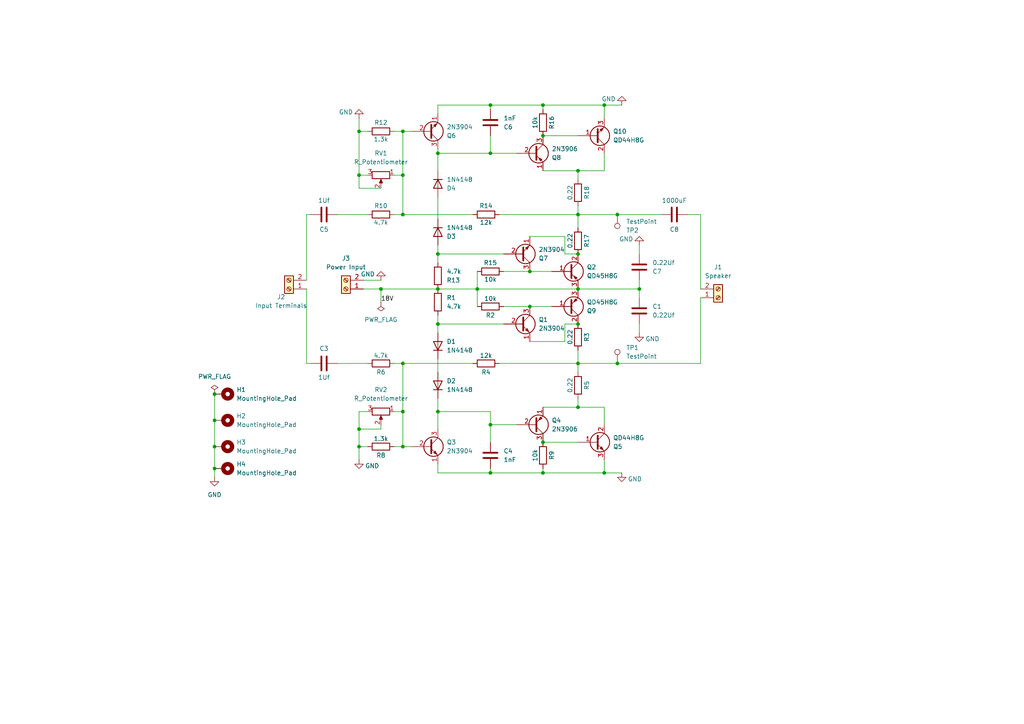
<source format=kicad_sch>
(kicad_sch (version 20231120) (generator "eeschema") (generator_version "8.0")
  (paper "A4")
  (title_block (rev "A"))
  (lib_symbols
    (symbol "2N3904_1" (pin_names (offset 0) hide)
      (property "Reference" "Q10" (at 5.08 -1.2701 0))
      (property "Value" "QD44H8G" (at 5.08 1.2699 0))
      (symbol "2N3904_1_0_1"
        (polyline (pts (xy 0.635 0.635) (xy 2.54 2.54)))
        (polyline (pts (xy 0.635 -0.635) (xy 2.54 -2.54) (xy 2.54 -2.54)))
        (polyline (pts (xy 0.635 1.905) (xy 0.635 -1.905) (xy 0.635 -1.905)) (stroke (width 0.508)))
        (polyline (pts (xy 1.27 -1.778) (xy 1.778 -1.27) (xy 2.286 -2.286) (xy 1.27 -1.778) (xy 1.27 -1.778)) (fill (type outline)))
        (circle (center 1.27 0) (radius 2.8194) (stroke (width 0.254)))
      )
      (symbol "2N3904_1_1_1"
        (pin passive line (at -5.08 0 0) (length 5.715) (name "B") (number "1"))
        (pin passive line (at 2.54 5.08 270) (length 2.54) (name "C") (number "2"))
        (pin passive line (at 2.54 -5.08 90) (length 2.54) (name "E") (number "3"))
      )
    )
    (symbol "2N3906_1" (pin_names (offset 0) hide)
      (property "Reference" "Q2" (at 5.08 1.2701 0))
      (property "Value" "QD45H8G" (at 5.08 -1.2699 0))
      (symbol "2N3906_1_0_1"
        (polyline (pts (xy 0.635 0.635) (xy 2.54 2.54)))
        (polyline (pts (xy 0.635 -0.635) (xy 2.54 -2.54) (xy 2.54 -2.54)))
        (polyline (pts (xy 0.635 1.905) (xy 0.635 -1.905) (xy 0.635 -1.905)) (stroke (width 0.508)))
        (polyline (pts (xy 2.286 -1.778) (xy 1.778 -2.286) (xy 1.27 -1.27) (xy 2.286 -1.778) (xy 2.286 -1.778)) (fill (type outline)))
        (circle (center 1.27 0) (radius 2.8194) (stroke (width 0.254)))
      )
      (symbol "2N3906_1_1_1"
        (pin input line (at -5.08 0 0) (length 5.715) (name "B") (number "1"))
        (pin passive line (at 2.54 5.08 270) (length 2.54) (name "C") (number "2"))
        (pin passive line (at 2.54 -5.08 90) (length 2.54) (name "E") (number "3"))
      )
    )
    (symbol "Connector:Screw_Terminal_01x02" (pin_names (offset 1.016) hide)
      (property "Reference" "J" (at 0 2.54 0))
      (property "Value" "Screw_Terminal_01x02" (at 0 -5.08 0))
      (symbol "Screw_Terminal_01x02_1_1"
        (rectangle (start -1.27 1.27) (end 1.27 -3.81) (stroke (width 0.254)) (fill (type background)))
        (circle (center 0 -2.54) (radius 0.635) (stroke (width 0.1524)))
        (polyline (pts (xy -0.5334 -2.2098) (xy 0.3302 -3.048)) (stroke (width 0.1524)))
        (polyline (pts (xy -0.5334 0.3302) (xy 0.3302 -0.508)) (stroke (width 0.1524)))
        (polyline (pts (xy -0.3556 -2.032) (xy 0.508 -2.8702)) (stroke (width 0.1524)))
        (polyline (pts (xy -0.3556 0.508) (xy 0.508 -0.3302)) (stroke (width 0.1524)))
        (circle (center 0 0) (radius 0.635) (stroke (width 0.1524)))
        (pin passive line (at -5.08 0 0) (length 3.81) (name "Pin_1") (number "1"))
        (pin passive line (at -5.08 -2.54 0) (length 3.81) (name "Pin_2") (number "2"))
      )
    )
    (symbol "Connector:TestPoint" (pin_numbers hide) (pin_names (offset 0.762) hide)
      (property "Reference" "TP" (at 0 6.858 0))
      (property "Value" "TestPoint" (at 0 5.08 0))
      (symbol "TestPoint_0_1"
        (circle (center 0 3.302) (radius 0.762))
      )
      (symbol "TestPoint_1_1"
        (pin passive line (at 0 0 90) (length 2.54) (name "1") (number "1"))
      )
    )
    (symbol "Device:C" (pin_numbers hide) (pin_names (offset 0.254))
      (property "Reference" "C" (at 0.635 2.54 0))
      (property "Value" "C" (at 0.635 -2.54 0))
      (symbol "C_0_1"
        (polyline (pts (xy -2.032 -0.762) (xy 2.032 -0.762)) (stroke (width 0.508)))
        (polyline (pts (xy -2.032 0.762) (xy 2.032 0.762)) (stroke (width 0.508)))
      )
      (symbol "C_1_1"
        (pin passive line (at 0 3.81 270) (length 2.794) (name "~") (number "1"))
        (pin passive line (at 0 -3.81 90) (length 2.794) (name "~") (number "2"))
      )
    )
    (symbol "Device:R" (pin_numbers hide) (pin_names (offset 0))
      (property "Reference" "R" (at 2.032 0 90))
      (property "Value" "R" (at 0 0 90))
      (symbol "R_0_1"
        (rectangle (start -1.016 -2.54) (end 1.016 2.54) (stroke (width 0.254)))
      )
      (symbol "R_1_1"
        (pin passive line (at 0 3.81 270) (length 1.27) (name "~") (number "1"))
        (pin passive line (at 0 -3.81 90) (length 1.27) (name "~") (number "2"))
      )
    )
    (symbol "Device:R_Potentiometer" (pin_names (offset 1.016) hide)
      (property "Reference" "RV" (at -4.445 0 90))
      (property "Value" "R_Potentiometer" (at -2.54 0 90))
      (symbol "R_Potentiometer_0_1"
        (polyline (pts (xy 2.54 0) (xy 1.524 0)))
        (polyline (pts (xy 1.143 0) (xy 2.286 0.508) (xy 2.286 -0.508) (xy 1.143 0)) (fill (type outline)))
        (rectangle (start 1.016 2.54) (end -1.016 -2.54) (stroke (width 0.254)))
      )
      (symbol "R_Potentiometer_1_1"
        (pin passive line (at 0 3.81 270) (length 1.27) (name "1") (number "1"))
        (pin passive line (at 3.81 0 180) (length 1.27) (name "2") (number "2"))
        (pin passive line (at 0 -3.81 90) (length 1.27) (name "3") (number "3"))
      )
    )
    (symbol "Diode:1N4148" (pin_numbers hide) (pin_names hide)
      (property "Reference" "D" (at 0 2.54 0))
      (property "Value" "1N4148" (at 0 -2.54 0))
      (symbol "1N4148_0_1"
        (polyline (pts (xy -1.27 1.27) (xy -1.27 -1.27)) (stroke (width 0.254)))
        (polyline (pts (xy 1.27 0) (xy -1.27 0)))
        (polyline (pts (xy 1.27 1.27) (xy 1.27 -1.27) (xy -1.27 0) (xy 1.27 1.27)) (stroke (width 0.254)))
      )
      (symbol "1N4148_1_1"
        (pin passive line (at -3.81 0 0) (length 2.54) (name "K") (number "1"))
        (pin passive line (at 3.81 0 180) (length 2.54) (name "A") (number "2"))
      )
    )
    (symbol "Mechanical:MountingHole_Pad" (pin_numbers hide) (pin_names (offset 1.016) hide) (exclude_from_sim yes) (in_bom no)
      (property "Reference" "H" (at 0 6.35 0))
      (property "Value" "MountingHole_Pad" (at 0 4.445 0))
      (symbol "MountingHole_Pad_0_1"
        (circle (center 0 1.27) (radius 1.27) (stroke (width 1.27)))
      )
      (symbol "MountingHole_Pad_1_1"
        (pin input line (at 0 -2.54 90) (length 2.54) (name "1") (number "1"))
      )
    )
    (symbol "Transistor_BJT:2N3904" (pin_names (offset 0) hide)
      (property "Reference" "Q" (at 5.08 1.905 0))
      (property "Value" "2N3904" (at 5.08 0 0))
      (symbol "2N3904_0_1"
        (polyline (pts (xy 0.635 0.635) (xy 2.54 2.54)))
        (polyline (pts (xy 0.635 -0.635) (xy 2.54 -2.54) (xy 2.54 -2.54)))
        (polyline (pts (xy 0.635 1.905) (xy 0.635 -1.905) (xy 0.635 -1.905)) (stroke (width 0.508)))
        (polyline (pts (xy 1.27 -1.778) (xy 1.778 -1.27) (xy 2.286 -2.286) (xy 1.27 -1.778) (xy 1.27 -1.778)) (fill (type outline)))
        (circle (center 1.27 0) (radius 2.8194) (stroke (width 0.254)))
      )
      (symbol "2N3904_1_1"
        (pin passive line (at 2.54 -5.08 90) (length 2.54) (name "E") (number "1"))
        (pin passive line (at -5.08 0 0) (length 5.715) (name "B") (number "2"))
        (pin passive line (at 2.54 5.08 270) (length 2.54) (name "C") (number "3"))
      )
    )
    (symbol "Transistor_BJT:2N3906" (pin_names (offset 0) hide)
      (property "Reference" "Q" (at 5.08 1.905 0))
      (property "Value" "2N3906" (at 5.08 0 0))
      (symbol "2N3906_0_1"
        (polyline (pts (xy 0.635 0.635) (xy 2.54 2.54)))
        (polyline (pts (xy 0.635 -0.635) (xy 2.54 -2.54) (xy 2.54 -2.54)))
        (polyline (pts (xy 0.635 1.905) (xy 0.635 -1.905) (xy 0.635 -1.905)) (stroke (width 0.508)))
        (polyline (pts (xy 2.286 -1.778) (xy 1.778 -2.286) (xy 1.27 -1.27) (xy 2.286 -1.778) (xy 2.286 -1.778)) (fill (type outline)))
        (circle (center 1.27 0) (radius 2.8194) (stroke (width 0.254)))
      )
      (symbol "2N3906_1_1"
        (pin passive line (at 2.54 -5.08 90) (length 2.54) (name "E") (number "1"))
        (pin input line (at -5.08 0 0) (length 5.715) (name "B") (number "2"))
        (pin passive line (at 2.54 5.08 270) (length 2.54) (name "C") (number "3"))
      )
    )
    (symbol "power:GND" (power) (pin_numbers hide) (pin_names (offset 0) hide)
      (property "Value" "GND" (at 0 -3.81 0))
      (symbol "GND_0_1"
        (polyline (pts (xy 0 0) (xy 0 -1.27) (xy 1.27 -1.27) (xy 0 -2.54) (xy -1.27 -1.27) (xy 0 -1.27)))
      )
      (symbol "GND_1_1"
        (pin power_in line (at 0 0 270) (length 0) (name "~") (number "1"))
      )
    )
    (symbol "power:PWR_FLAG" (power) (pin_numbers hide) (pin_names (offset 0) hide)
      (property "Value" "PWR_FLAG" (at 0 3.81 0))
      (symbol "PWR_FLAG_0_0"
        (pin power_out line (at 0 0 90) (length 0) (name "~") (number "1"))
      )
      (symbol "PWR_FLAG_0_1"
        (polyline (pts (xy 0 0) (xy 0 1.27) (xy -1.016 1.905) (xy 0 2.54) (xy 1.016 1.905) (xy 0 1.27)))
      )
    )
  )
  (junction (at 116.84 62.23))
  (junction (at 142.24 137.16))
  (junction (at 179.07 62.23))
  (junction (at 127 119.38))
  (junction (at 116.84 38.1))
  (junction (at 62.23 129.54))
  (junction (at 116.84 129.54))
  (junction (at 153.67 78.74))
  (junction (at 142.24 123.19))
  (junction (at 62.23 135.89))
  (junction (at 167.64 73.66))
  (junction (at 104.14 38.1))
  (junction (at 116.84 50.8))
  (junction (at 157.48 30.48))
  (junction (at 153.67 88.9))
  (junction (at 127 73.66))
  (junction (at 116.84 119.38))
  (junction (at 157.48 39.37))
  (junction (at 127 83.82))
  (junction (at 167.64 49.53))
  (junction (at 157.48 137.16))
  (junction (at 62.23 114.3))
  (junction (at 127 93.98))
  (junction (at 104.14 50.8))
  (junction (at 167.64 83.82))
  (junction (at 167.64 62.23))
  (junction (at 104.14 129.54))
  (junction (at 142.24 44.45))
  (junction (at 157.48 128.27))
  (junction (at 179.07 105.41))
  (junction (at 62.23 121.92))
  (junction (at 104.14 124.46))
  (junction (at 167.64 93.98))
  (junction (at 175.26 30.48))
  (junction (at 167.64 105.41))
  (junction (at 138.43 83.82))
  (junction (at 185.42 83.82))
  (junction (at 127 44.45))
  (junction (at 142.24 30.48))
  (junction (at 110.49 83.82))
  (junction (at 175.26 137.16))
  (junction (at 116.84 105.41))
  (junction (at 167.64 118.11))
  (wire (pts (xy 104.14 38.1) (xy 104.14 34.29)))
  (wire (pts (xy 116.84 62.23) (xy 116.84 50.8)))
  (wire (pts (xy 106.68 38.1) (xy 104.14 38.1)))
  (wire (pts (xy 175.26 133.35) (xy 175.26 137.16)))
  (wire (pts (xy 127 83.82) (xy 138.43 83.82)))
  (wire (pts (xy 146.05 88.9) (xy 153.67 88.9)))
  (wire (pts (xy 167.64 93.98) (xy 163.83 93.98)))
  (wire (pts (xy 144.78 62.23) (xy 167.64 62.23)))
  (wire (pts (xy 105.41 83.82) (xy 110.49 83.82)))
  (wire (pts (xy 142.24 135.89) (xy 142.24 137.16)))
  (wire (pts (xy 167.64 62.23) (xy 179.07 62.23)))
  (wire (pts (xy 167.64 118.11) (xy 175.26 118.11)))
  (wire (pts (xy 167.64 83.82) (xy 185.42 83.82)))
  (wire (pts (xy 142.24 123.19) (xy 142.24 128.27)))
  (wire (pts (xy 116.84 105.41) (xy 116.84 119.38)))
  (wire (pts (xy 114.3 129.54) (xy 116.84 129.54)))
  (wire (pts (xy 104.14 124.46) (xy 104.14 129.54)))
  (wire (pts (xy 110.49 83.82) (xy 127 83.82)))
  (wire (pts (xy 114.3 62.23) (xy 116.84 62.23)))
  (wire (pts (xy 167.64 62.23) (xy 167.64 59.69)))
  (wire (pts (xy 146.05 78.74) (xy 153.67 78.74)))
  (wire (pts (xy 114.3 50.8) (xy 116.84 50.8)))
  (wire (pts (xy 127 76.2) (xy 127 73.66)))
  (wire (pts (xy 127 73.66) (xy 127 71.12)))
  (wire (pts (xy 106.68 50.8) (xy 104.14 50.8)))
  (wire (pts (xy 175.26 118.11) (xy 175.26 123.19)))
  (wire (pts (xy 104.14 124.46) (xy 110.49 124.46)))
  (wire (pts (xy 127 49.53) (xy 127 44.45)))
  (wire (pts (xy 114.3 119.38) (xy 116.84 119.38)))
  (wire (pts (xy 127 104.14) (xy 127 107.95)))
  (wire (pts (xy 142.24 44.45) (xy 149.86 44.45)))
  (wire (pts (xy 104.14 50.8) (xy 104.14 38.1)))
  (wire (pts (xy 163.83 93.98) (xy 163.83 99.06)))
  (wire (pts (xy 153.67 68.58) (xy 163.83 68.58)))
  (wire (pts (xy 127 44.45) (xy 142.24 44.45)))
  (wire (pts (xy 104.14 119.38) (xy 104.14 124.46)))
  (wire (pts (xy 127 44.45) (xy 127 43.18)))
  (wire (pts (xy 104.14 119.38) (xy 106.68 119.38)))
  (wire (pts (xy 138.43 83.82) (xy 138.43 88.9)))
  (wire (pts (xy 142.24 30.48) (xy 157.48 30.48)))
  (wire (pts (xy 167.64 73.66) (xy 163.83 73.66)))
  (wire (pts (xy 116.84 129.54) (xy 119.38 129.54)))
  (wire (pts (xy 116.84 105.41) (xy 137.16 105.41)))
  (wire (pts (xy 142.24 137.16) (xy 157.48 137.16)))
  (wire (pts (xy 127 119.38) (xy 127 124.46)))
  (wire (pts (xy 114.3 38.1) (xy 116.84 38.1)))
  (wire (pts (xy 203.2 86.36) (xy 203.2 105.41)))
  (wire (pts (xy 167.64 52.07) (xy 167.64 49.53)))
  (wire (pts (xy 88.9 105.41) (xy 90.17 105.41)))
  (wire (pts (xy 106.68 129.54) (xy 104.14 129.54)))
  (wire (pts (xy 127 91.44) (xy 127 93.98)))
  (wire (pts (xy 179.07 62.23) (xy 191.77 62.23)))
  (wire (pts (xy 157.48 30.48) (xy 175.26 30.48)))
  (wire (pts (xy 62.23 129.54) (xy 62.23 135.89)))
  (wire (pts (xy 199.39 62.23) (xy 203.2 62.23)))
  (wire (pts (xy 116.84 38.1) (xy 119.38 38.1)))
  (wire (pts (xy 167.64 105.41) (xy 179.07 105.41)))
  (wire (pts (xy 175.26 137.16) (xy 180.34 137.16)))
  (wire (pts (xy 153.67 88.9) (xy 160.02 88.9)))
  (wire (pts (xy 62.23 135.89) (xy 62.23 138.43)))
  (wire (pts (xy 153.67 78.74) (xy 160.02 78.74)))
  (wire (pts (xy 127 93.98) (xy 127 96.52)))
  (wire (pts (xy 157.48 118.11) (xy 167.64 118.11)))
  (wire (pts (xy 97.79 62.23) (xy 106.68 62.23)))
  (wire (pts (xy 114.3 105.41) (xy 116.84 105.41)))
  (wire (pts (xy 127 33.02) (xy 127 30.48)))
  (wire (pts (xy 175.26 34.29) (xy 175.26 30.48)))
  (wire (pts (xy 97.79 105.41) (xy 106.68 105.41)))
  (wire (pts (xy 157.48 135.89) (xy 157.48 137.16)))
  (wire (pts (xy 104.14 129.54) (xy 104.14 133.35)))
  (wire (pts (xy 203.2 62.23) (xy 203.2 83.82)))
  (wire (pts (xy 127 57.15) (xy 127 63.5)))
  (wire (pts (xy 88.9 62.23) (xy 88.9 81.28)))
  (wire (pts (xy 138.43 83.82) (xy 167.64 83.82)))
  (wire (pts (xy 175.26 49.53) (xy 175.26 44.45)))
  (wire (pts (xy 185.42 83.82) (xy 185.42 81.28)))
  (wire (pts (xy 142.24 44.45) (xy 142.24 39.37)))
  (wire (pts (xy 167.64 115.57) (xy 167.64 118.11)))
  (wire (pts (xy 185.42 93.98) (xy 185.42 96.52)))
  (wire (pts (xy 167.64 49.53) (xy 175.26 49.53)))
  (wire (pts (xy 157.48 128.27) (xy 167.64 128.27)))
  (wire (pts (xy 185.42 83.82) (xy 185.42 86.36)))
  (wire (pts (xy 185.42 71.12) (xy 185.42 73.66)))
  (wire (pts (xy 116.84 62.23) (xy 137.16 62.23)))
  (wire (pts (xy 116.84 38.1) (xy 116.84 50.8)))
  (wire (pts (xy 104.14 54.61) (xy 104.14 50.8)))
  (wire (pts (xy 127 93.98) (xy 146.05 93.98)))
  (wire (pts (xy 62.23 114.3) (xy 62.23 121.92)))
  (wire (pts (xy 110.49 124.46) (xy 110.49 123.19)))
  (wire (pts (xy 179.07 105.41) (xy 203.2 105.41)))
  (wire (pts (xy 175.26 30.48) (xy 180.34 30.48)))
  (wire (pts (xy 127 119.38) (xy 142.24 119.38)))
  (wire (pts (xy 167.64 105.41) (xy 167.64 107.95)))
  (wire (pts (xy 116.84 119.38) (xy 116.84 129.54)))
  (wire (pts (xy 127 115.57) (xy 127 119.38)))
  (wire (pts (xy 127 73.66) (xy 146.05 73.66)))
  (wire (pts (xy 142.24 119.38) (xy 142.24 123.19)))
  (wire (pts (xy 127 134.62) (xy 127 137.16)))
  (wire (pts (xy 142.24 31.75) (xy 142.24 30.48)))
  (wire (pts (xy 127 137.16) (xy 142.24 137.16)))
  (wire (pts (xy 127 30.48) (xy 142.24 30.48)))
  (wire (pts (xy 157.48 137.16) (xy 175.26 137.16)))
  (wire (pts (xy 157.48 49.53) (xy 167.64 49.53)))
  (wire (pts (xy 153.67 99.06) (xy 163.83 99.06)))
  (wire (pts (xy 110.49 83.82) (xy 110.49 87.63)))
  (wire (pts (xy 88.9 83.82) (xy 88.9 105.41)))
  (wire (pts (xy 167.64 105.41) (xy 167.64 101.6)))
  (wire (pts (xy 105.41 81.28) (xy 110.49 81.28)))
  (wire (pts (xy 157.48 31.75) (xy 157.48 30.48)))
  (wire (pts (xy 144.78 105.41) (xy 167.64 105.41)))
  (wire (pts (xy 138.43 83.82) (xy 138.43 78.74)))
  (wire (pts (xy 88.9 62.23) (xy 90.17 62.23)))
  (wire (pts (xy 62.23 121.92) (xy 62.23 129.54)))
  (wire (pts (xy 167.64 62.23) (xy 167.64 66.04)))
  (wire (pts (xy 142.24 123.19) (xy 149.86 123.19)))
  (wire (pts (xy 163.83 73.66) (xy 163.83 68.58)))
  (wire (pts (xy 157.48 39.37) (xy 167.64 39.37)))
  (wire (pts (xy 110.49 54.61) (xy 104.14 54.61)))
  (label "18V" (at 110.49 87.63 0))
  (symbol (lib_name "2N3904_1") (lib_id "Transistor_BJT:2N3904") (at 172.72 128.27 0) (unit 1)
    (property "Reference" "Q5" (at 177.8 129.5401 0) (effects (justify left)))
    (property "Value" "QD44H8G" (at 177.8 127.0001 0) (effects (justify left)))
    (property "Footprint" "Package_TO_SOT_THT:TO-220-3_Vertical" (effects (hide yes)))
    (property "Datasheet" "https://www.onsemi.com/pub/Collateral/2N3903-D.PDF" (effects (hide yes)))
    (property "Description" "0.2A Ic, 40V Vce, Small Signal NPN Transistor, TO-92" (effects (hide yes)))
  )
  (symbol (lib_id "Device:C") (at 185.42 77.47 0) (mirror x) (unit 1)
    (property "Reference" "C7" (at 189.23 78.7401 0) (effects (justify left)))
    (property "Value" "0.22Uf" (at 189.23 76.2001 0) (effects (justify left)))
    (property "Footprint" "Capacitor_THT:C_Rect_L7.0mm_W3.5mm_P5.00mm" (effects (hide yes)))
    (property "Description" "Unpolarized capacitor" (effects (hide yes)))
  )
  (symbol (lib_id "Device:R") (at 167.64 55.88 0) (mirror x) (unit 1)
    (property "Reference" "R18" (at 170.18 55.88 90))
    (property "Value" "0.22" (at 165.354 55.88 90))
    (property "Footprint" "Resistor_THT:R_Axial_DIN0207_L6.3mm_D2.5mm_P10.16mm_Horizontal" (effects (hide yes)))
    (property "Description" "Resistor" (effects (hide yes)))
  )
  (symbol (lib_id "Device:R") (at 140.97 62.23 270) (mirror x) (unit 1)
    (property "Reference" "R14" (at 140.97 59.69 90))
    (property "Value" "12k" (at 140.97 64.516 90))
    (property "Footprint" "Resistor_THT:R_Axial_DIN0207_L6.3mm_D2.5mm_P10.16mm_Horizontal" (effects (hide yes)))
    (property "Description" "Resistor" (effects (hide yes)))
  )
  (symbol (lib_id "power:GND") (at 180.34 30.48 180) (unit 1)
    (property "Reference" "#PWR05" (effects (hide yes)))
    (property "Value" "GND" (at 176.53 28.702 0))
    (property "Description" "Power symbol creates a global label with name \"GND\" , ground" (effects (hide yes)))
  )
  (symbol (lib_id "Device:R") (at 142.24 88.9 270) (unit 1)
    (property "Reference" "R2" (at 142.24 91.44 90))
    (property "Value" "10k" (at 142.24 86.614 90))
    (property "Footprint" "Resistor_THT:R_Axial_DIN0207_L6.3mm_D2.5mm_P10.16mm_Horizontal" (effects (hide yes)))
    (property "Description" "Resistor" (effects (hide yes)))
  )
  (symbol (lib_id "Device:R") (at 110.49 105.41 270) (unit 1)
    (property "Reference" "R6" (at 110.49 107.95 90))
    (property "Value" "4.7k" (at 110.49 103.124 90))
    (property "Footprint" "Resistor_THT:R_Axial_DIN0207_L6.3mm_D2.5mm_P10.16mm_Horizontal" (effects (hide yes)))
    (property "Description" "Resistor" (effects (hide yes)))
  )
  (symbol (lib_id "power:GND") (at 185.42 71.12 180) (unit 1)
    (property "Reference" "#PWR06" (effects (hide yes)))
    (property "Value" "GND" (at 181.61 69.342 0))
    (property "Description" "Power symbol creates a global label with name \"GND\" , ground" (effects (hide yes)))
  )
  (symbol (lib_id "Device:C") (at 195.58 62.23 90) (mirror x) (unit 1)
    (property "Reference" "C8" (at 195.58 66.548 90))
    (property "Value" "1000uF" (at 195.58 58.166 90))
    (property "Footprint" "Capacitor_THT:CP_Radial_D12.5mm_P5.00mm" (effects (hide yes)))
    (property "Description" "Unpolarized capacitor" (effects (hide yes)))
  )
  (symbol (lib_id "Device:R") (at 167.64 111.76 0) (unit 1)
    (property "Reference" "R5" (at 170.18 111.76 90))
    (property "Value" "0.22" (at 165.354 111.76 90))
    (property "Footprint" "Resistor_THT:R_Axial_DIN0207_L6.3mm_D2.5mm_P10.16mm_Horizontal" (effects (hide yes)))
    (property "Description" "Resistor" (effects (hide yes)))
  )
  (symbol (lib_id "Device:C") (at 93.98 105.41 90) (unit 1)
    (property "Reference" "C3" (at 93.98 101.092 90))
    (property "Value" "1Uf" (at 93.98 109.474 90))
    (property "Footprint" "Capacitor_THT:CP_Radial_D5.0mm_P2.00mm" (effects (hide yes)))
    (property "Description" "Unpolarized capacitor" (effects (hide yes)))
  )
  (symbol (lib_id "Connector:TestPoint") (at 179.07 62.23 0) (mirror x) (unit 1)
    (property "Reference" "TP2" (at 181.61 66.8021 0) (effects (justify left)))
    (property "Value" "TestPoint" (at 181.61 64.2621 0) (effects (justify left)))
    (property "Footprint" "TestPoint:TestPoint_Plated_Hole_D2.0mm" (effects (hide yes)))
    (property "Description" "test point" (effects (hide yes)))
  )
  (symbol (lib_name "2N3906_1") (lib_id "Transistor_BJT:2N3906") (at 165.1 88.9 0) (mirror x) (unit 1)
    (property "Reference" "Q9" (at 170.18 90.1701 0) (effects (justify left)))
    (property "Value" "QD45H8G" (at 170.18 87.6301 0) (effects (justify left)))
    (property "Footprint" "Package_TO_SOT_THT:TO-220-3_Vertical" (effects (hide yes)))
    (property "Datasheet" "https://www.onsemi.com/pub/Collateral/2N3906-D.PDF" (effects (hide yes)))
    (property "Description" "-0.2A Ic, -40V Vce, Small Signal PNP Transistor, TO-92" (effects (hide yes)))
  )
  (symbol (lib_id "Connector:TestPoint") (at 179.07 105.41 0) (unit 1)
    (property "Reference" "TP1" (at 181.61 100.8379 0) (effects (justify left)))
    (property "Value" "TestPoint" (at 181.61 103.3779 0) (effects (justify left)))
    (property "Footprint" "TestPoint:TestPoint_Plated_Hole_D2.0mm" (effects (hide yes)))
    (property "Description" "test point" (effects (hide yes)))
  )
  (symbol (lib_id "Diode:1N4148") (at 127 53.34 90) (mirror x) (unit 1)
    (property "Reference" "D4" (at 129.54 54.6101 90) (effects (justify right)))
    (property "Value" "1N4148" (at 129.54 52.0701 90) (effects (justify right)))
    (property "Footprint" "Diode_THT:D_DO-41_SOD81_P10.16mm_Horizontal" (effects (hide yes)))
    (property "Datasheet" "https://assets.nexperia.com/documents/data-sheet/1N4148_1N4448.pdf" (effects (hide yes)))
    (property "Description" "100V 0.15A standard switching diode, DO-35" (effects (hide yes)))
    (property "Sim.Device" "D" (effects (hide yes)))
    (property "Sim.Pins" "1=K 2=A" (effects (hide yes)))
  )
  (symbol (lib_id "Device:R") (at 127 80.01 0) (mirror x) (unit 1)
    (property "Reference" "R13" (at 129.54 81.2801 0) (effects (justify left)))
    (property "Value" "4.7k" (at 129.54 78.7401 0) (effects (justify left)))
    (property "Footprint" "Resistor_THT:R_Axial_DIN0207_L6.3mm_D2.5mm_P10.16mm_Horizontal" (effects (hide yes)))
    (property "Description" "Resistor" (effects (hide yes)))
  )
  (symbol (lib_id "Device:R") (at 110.49 62.23 270) (mirror x) (unit 1)
    (property "Reference" "R10" (at 110.49 59.69 90))
    (property "Value" "4.7k" (at 110.49 64.516 90))
    (property "Footprint" "Resistor_THT:R_Axial_DIN0207_L6.3mm_D2.5mm_P10.16mm_Horizontal" (effects (hide yes)))
    (property "Description" "Resistor" (effects (hide yes)))
  )
  (symbol (lib_id "Device:C") (at 185.42 90.17 0) (unit 1)
    (property "Reference" "C1" (at 189.23 88.8999 0) (effects (justify left)))
    (property "Value" "0.22Uf" (at 189.23 91.4399 0) (effects (justify left)))
    (property "Footprint" "Capacitor_THT:C_Rect_L7.0mm_W3.5mm_P5.00mm" (effects (hide yes)))
    (property "Description" "Unpolarized capacitor" (effects (hide yes)))
  )
  (symbol (lib_id "Device:R") (at 157.48 35.56 0) (mirror x) (unit 1)
    (property "Reference" "R16" (at 160.02 35.56 90))
    (property "Value" "10k" (at 155.194 35.56 90))
    (property "Footprint" "Resistor_THT:R_Axial_DIN0207_L6.3mm_D2.5mm_P10.16mm_Horizontal" (effects (hide yes)))
    (property "Description" "Resistor" (effects (hide yes)))
  )
  (symbol (lib_name "2N3904_1") (lib_id "Transistor_BJT:2N3904") (at 172.72 39.37 0) (mirror x) (unit 1)
    (property "Reference" "Q10" (at 177.8 38.0999 0) (effects (justify left)))
    (property "Value" "QD44H8G" (at 177.8 40.6399 0) (effects (justify left)))
    (property "Footprint" "Package_TO_SOT_THT:TO-220-3_Vertical" (effects (hide yes)))
    (property "Datasheet" "https://www.onsemi.com/pub/Collateral/2N3903-D.PDF" (effects (hide yes)))
    (property "Description" "0.2A Ic, 40V Vce, Small Signal NPN Transistor, TO-92" (effects (hide yes)))
  )
  (symbol (lib_id "power:GND") (at 110.49 81.28 180) (unit 1)
    (property "Reference" "#PWR07" (effects (hide yes)))
    (property "Value" "GND" (at 106.68 79.502 0))
    (property "Description" "Power symbol creates a global label with name \"GND\" , ground" (effects (hide yes)))
  )
  (symbol (lib_id "Connector:Screw_Terminal_01x02") (at 83.82 83.82 180) (unit 1)
    (property "Reference" "J2" (at 81.534 86.106 0))
    (property "Value" "Input Terminals" (at 81.534 88.646 0))
    (property "Footprint" "TerminalBlock_Phoenix:TerminalBlock_Phoenix_MKDS-1,5-2_1x02_P5.00mm_Horizontal" (effects (hide yes)))
    (property "Description" "Generic screw terminal, single row, 01x02, script generated (kicad-library-utils/schlib/autogen/connector/)" (effects (hide yes)))
  )
  (symbol (lib_id "Device:R") (at 140.97 105.41 270) (unit 1)
    (property "Reference" "R4" (at 140.97 107.95 90))
    (property "Value" "12k" (at 140.97 103.124 90))
    (property "Footprint" "Resistor_THT:R_Axial_DIN0207_L6.3mm_D2.5mm_P10.16mm_Horizontal" (effects (hide yes)))
    (property "Description" "Resistor" (effects (hide yes)))
  )
  (symbol (lib_id "Connector:Screw_Terminal_01x02") (at 100.33 83.82 180) (unit 1)
    (property "Reference" "J3" (at 100.33 74.93 0))
    (property "Value" "Power Input" (at 100.33 77.47 0))
    (property "Footprint" "TerminalBlock_Phoenix:TerminalBlock_Phoenix_MKDS-1,5-2_1x02_P5.00mm_Horizontal" (effects (hide yes)))
    (property "Description" "Generic screw terminal, single row, 01x02, script generated (kicad-library-utils/schlib/autogen/connector/)" (effects (hide yes)))
  )
  (symbol (lib_id "power:GND") (at 185.42 96.52 0) (unit 1)
    (property "Reference" "#PWR01" (effects (hide yes)))
    (property "Value" "GND" (at 189.23 98.298 0))
    (property "Description" "Power symbol creates a global label with name \"GND\" , ground" (effects (hide yes)))
  )
  (symbol (lib_id "Mechanical:MountingHole_Pad") (at 64.77 114.3 270) (unit 1) (exclude_from_sim yes) (in_bom no)
    (property "Reference" "H1" (at 68.58 113.0299 90) (effects (justify left)))
    (property "Value" "MountingHole_Pad" (at 68.58 115.5699 90) (effects (justify left)))
    (property "Footprint" "MountingHole:MountingHole_3.5mm_Pad" (effects (hide yes)))
    (property "Description" "Mounting Hole with connection" (effects (hide yes)))
  )
  (symbol (lib_id "Mechanical:MountingHole_Pad") (at 64.77 121.92 270) (unit 1) (exclude_from_sim yes) (in_bom no)
    (property "Reference" "H2" (at 68.58 120.6499 90) (effects (justify left)))
    (property "Value" "MountingHole_Pad" (at 68.58 123.1899 90) (effects (justify left)))
    (property "Footprint" "MountingHole:MountingHole_3.5mm_Pad" (effects (hide yes)))
    (property "Description" "Mounting Hole with connection" (effects (hide yes)))
  )
  (symbol (lib_id "Device:R") (at 167.64 69.85 0) (mirror x) (unit 1)
    (property "Reference" "R17" (at 170.18 69.85 90))
    (property "Value" "0.22" (at 165.354 69.85 90))
    (property "Footprint" "Resistor_THT:R_Axial_DIN0207_L6.3mm_D2.5mm_P10.16mm_Horizontal" (effects (hide yes)))
    (property "Description" "Resistor" (effects (hide yes)))
  )
  (symbol (lib_id "Mechanical:MountingHole_Pad") (at 64.77 135.89 270) (unit 1) (exclude_from_sim yes) (in_bom no)
    (property "Reference" "H4" (at 68.58 134.6199 90) (effects (justify left)))
    (property "Value" "MountingHole_Pad" (at 68.58 137.1599 90) (effects (justify left)))
    (property "Footprint" "MountingHole:MountingHole_3.5mm_Pad" (effects (hide yes)))
    (property "Description" "Mounting Hole with connection" (effects (hide yes)))
  )
  (symbol (lib_id "power:GND") (at 62.23 138.43 0) (unit 1)
    (property "Reference" "#PWR09" (effects (hide yes)))
    (property "Value" "GND" (at 62.23 143.51 0))
    (property "Description" "Power symbol creates a global label with name \"GND\" , ground" (effects (hide yes)))
  )
  (symbol (lib_id "Device:C") (at 142.24 132.08 0) (unit 1)
    (property "Reference" "C4" (at 146.05 130.8099 0) (effects (justify left)))
    (property "Value" "1nF" (at 146.05 133.3499 0) (effects (justify left)))
    (property "Footprint" "Capacitor_THT:C_Disc_D5.1mm_W3.2mm_P5.00mm" (effects (hide yes)))
    (property "Description" "Unpolarized capacitor" (effects (hide yes)))
  )
  (symbol (lib_id "power:GND") (at 104.14 133.35 0) (unit 1)
    (property "Reference" "#PWR02" (effects (hide yes)))
    (property "Value" "GND" (at 107.95 135.128 0))
    (property "Description" "Power symbol creates a global label with name \"GND\" , ground" (effects (hide yes)))
  )
  (symbol (lib_id "power:PWR_FLAG") (at 110.49 87.63 180) (unit 1)
    (property "Reference" "#FLG01" (effects (hide yes)))
    (property "Value" "PWR_FLAG" (at 110.49 92.71 0))
    (property "Description" "Special symbol for telling ERC where power comes from" (effects (hide yes)))
  )
  (symbol (lib_id "Diode:1N4148") (at 127 67.31 90) (mirror x) (unit 1)
    (property "Reference" "D3" (at 129.54 68.5801 90) (effects (justify right)))
    (property "Value" "1N4148" (at 129.54 66.0401 90) (effects (justify right)))
    (property "Footprint" "Diode_THT:D_DO-41_SOD81_P10.16mm_Horizontal" (effects (hide yes)))
    (property "Datasheet" "https://assets.nexperia.com/documents/data-sheet/1N4148_1N4448.pdf" (effects (hide yes)))
    (property "Description" "100V 0.15A standard switching diode, DO-35" (effects (hide yes)))
    (property "Sim.Device" "D" (effects (hide yes)))
    (property "Sim.Pins" "1=K 2=A" (effects (hide yes)))
  )
  (symbol (lib_id "Transistor_BJT:2N3904") (at 124.46 129.54 0) (unit 1)
    (property "Reference" "Q3" (at 129.54 128.2699 0) (effects (justify left)))
    (property "Value" "2N3904" (at 129.54 130.8099 0) (effects (justify left)))
    (property "Footprint" "Package_TO_SOT_THT:TO-92_Wide" (effects (hide yes)))
    (property "Datasheet" "https://www.onsemi.com/pub/Collateral/2N3903-D.PDF" (effects (hide yes)))
    (property "Description" "0.2A Ic, 40V Vce, Small Signal NPN Transistor, TO-92" (effects (hide yes)))
  )
  (symbol (lib_id "Device:R") (at 110.49 38.1 270) (mirror x) (unit 1)
    (property "Reference" "R12" (at 110.49 35.56 90))
    (property "Value" "1.3k" (at 110.49 40.386 90))
    (property "Footprint" "Resistor_THT:R_Axial_DIN0207_L6.3mm_D2.5mm_P10.16mm_Horizontal" (effects (hide yes)))
    (property "Description" "Resistor" (effects (hide yes)))
  )
  (symbol (lib_id "Mechanical:MountingHole_Pad") (at 64.77 129.54 270) (unit 1) (exclude_from_sim yes) (in_bom no)
    (property "Reference" "H3" (at 68.58 128.2699 90) (effects (justify left)))
    (property "Value" "MountingHole_Pad" (at 68.58 130.8099 90) (effects (justify left)))
    (property "Footprint" "MountingHole:MountingHole_3.5mm_Pad" (effects (hide yes)))
    (property "Description" "Mounting Hole with connection" (effects (hide yes)))
  )
  (symbol (lib_id "Transistor_BJT:2N3904") (at 151.13 93.98 0) (unit 1)
    (property "Reference" "Q1" (at 156.21 92.7099 0) (effects (justify left)))
    (property "Value" "2N3904" (at 156.21 95.2499 0) (effects (justify left)))
    (property "Footprint" "Package_TO_SOT_THT:TO-92_Wide" (effects (hide yes)))
    (property "Datasheet" "https://www.onsemi.com/pub/Collateral/2N3903-D.PDF" (effects (hide yes)))
    (property "Description" "0.2A Ic, 40V Vce, Small Signal NPN Transistor, TO-92" (effects (hide yes)))
  )
  (symbol (lib_id "Device:C") (at 142.24 35.56 0) (mirror x) (unit 1)
    (property "Reference" "C6" (at 146.05 36.8301 0) (effects (justify left)))
    (property "Value" "1nF" (at 146.05 34.2901 0) (effects (justify left)))
    (property "Footprint" "Capacitor_THT:C_Disc_D5.1mm_W3.2mm_P5.00mm" (effects (hide yes)))
    (property "Description" "Unpolarized capacitor" (effects (hide yes)))
  )
  (symbol (lib_id "Device:R_Potentiometer") (at 110.49 119.38 270) (unit 1)
    (property "Reference" "RV2" (at 110.49 113.03 90))
    (property "Value" "R_Potentiometer" (at 110.49 115.57 90))
    (property "Footprint" "Potentiometer_THT:Potentiometer_Bourns_3386P_Vertical" (effects (hide yes)))
    (property "Description" "Potentiometer" (effects (hide yes)))
  )
  (symbol (lib_id "power:PWR_FLAG") (at 62.23 114.3 0) (unit 1)
    (property "Reference" "#FLG02" (effects (hide yes)))
    (property "Value" "PWR_FLAG" (at 62.23 109.22 0))
    (property "Description" "Special symbol for telling ERC where power comes from" (effects (hide yes)))
  )
  (symbol (lib_id "Device:R") (at 110.49 129.54 270) (unit 1)
    (property "Reference" "R8" (at 110.49 132.08 90))
    (property "Value" "1.3k" (at 110.49 127.254 90))
    (property "Footprint" "Resistor_THT:R_Axial_DIN0207_L6.3mm_D2.5mm_P10.16mm_Horizontal" (effects (hide yes)))
    (property "Description" "Resistor" (effects (hide yes)))
  )
  (symbol (lib_id "Transistor_BJT:2N3906") (at 154.94 123.19 0) (mirror x) (unit 1)
    (property "Reference" "Q4" (at 160.02 121.9199 0) (effects (justify left)))
    (property "Value" "2N3906" (at 160.02 124.4599 0) (effects (justify left)))
    (property "Footprint" "Package_TO_SOT_THT:TO-92_Wide" (effects (hide yes)))
    (property "Datasheet" "https://www.onsemi.com/pub/Collateral/2N3906-D.PDF" (effects (hide yes)))
    (property "Description" "-0.2A Ic, -40V Vce, Small Signal PNP Transistor, TO-92" (effects (hide yes)))
  )
  (symbol (lib_id "Device:C") (at 93.98 62.23 90) (mirror x) (unit 1)
    (property "Reference" "C5" (at 93.98 66.548 90))
    (property "Value" "1Uf" (at 93.98 58.166 90))
    (property "Footprint" "Capacitor_THT:CP_Radial_D5.0mm_P2.00mm" (effects (hide yes)))
    (property "Description" "Unpolarized capacitor" (effects (hide yes)))
  )
  (symbol (lib_id "Device:R") (at 157.48 132.08 0) (unit 1)
    (property "Reference" "R9" (at 160.02 132.08 90))
    (property "Value" "10k" (at 155.194 132.08 90))
    (property "Footprint" "Resistor_THT:R_Axial_DIN0207_L6.3mm_D2.5mm_P10.16mm_Horizontal" (effects (hide yes)))
    (property "Description" "Resistor" (effects (hide yes)))
  )
  (symbol (lib_id "Transistor_BJT:2N3906") (at 154.94 44.45 0) (unit 1)
    (property "Reference" "Q8" (at 160.02 45.7201 0) (effects (justify left)))
    (property "Value" "2N3906" (at 160.02 43.1801 0) (effects (justify left)))
    (property "Footprint" "Package_TO_SOT_THT:TO-92_Wide" (effects (hide yes)))
    (property "Datasheet" "https://www.onsemi.com/pub/Collateral/2N3906-D.PDF" (effects (hide yes)))
    (property "Description" "-0.2A Ic, -40V Vce, Small Signal PNP Transistor, TO-92" (effects (hide yes)))
  )
  (symbol (lib_id "Transistor_BJT:2N3904") (at 151.13 73.66 0) (mirror x) (unit 1)
    (property "Reference" "Q7" (at 156.21 74.9301 0) (effects (justify left)))
    (property "Value" "2N3904" (at 156.21 72.3901 0) (effects (justify left)))
    (property "Footprint" "Package_TO_SOT_THT:TO-92_Wide" (effects (hide yes)))
    (property "Datasheet" "https://www.onsemi.com/pub/Collateral/2N3903-D.PDF" (effects (hide yes)))
    (property "Description" "0.2A Ic, 40V Vce, Small Signal NPN Transistor, TO-92" (effects (hide yes)))
  )
  (symbol (lib_id "Connector:Screw_Terminal_01x02") (at 208.28 86.36 0) (mirror x) (unit 1)
    (property "Reference" "J1" (at 208.28 77.47 0))
    (property "Value" "Speaker" (at 208.28 80.01 0))
    (property "Footprint" "TerminalBlock_Phoenix:TerminalBlock_Phoenix_MKDS-1,5-2_1x02_P5.00mm_Horizontal" (effects (hide yes)))
    (property "Description" "Generic screw terminal, single row, 01x02, script generated (kicad-library-utils/schlib/autogen/connector/)" (effects (hide yes)))
  )
  (symbol (lib_id "Device:R_Potentiometer") (at 110.49 50.8 270) (unit 1)
    (property "Reference" "RV1" (at 110.49 44.45 90))
    (property "Value" "R_Potentiometer" (at 110.49 46.99 90))
    (property "Footprint" "Potentiometer_THT:Potentiometer_Bourns_3386P_Vertical" (effects (hide yes)))
    (property "Description" "Potentiometer" (effects (hide yes)))
  )
  (symbol (lib_id "power:GND") (at 104.14 34.29 180) (unit 1)
    (property "Reference" "#PWR04" (effects (hide yes)))
    (property "Value" "GND" (at 100.33 32.512 0))
    (property "Description" "Power symbol creates a global label with name \"GND\" , ground" (effects (hide yes)))
  )
  (symbol (lib_id "Device:R") (at 142.24 78.74 270) (mirror x) (unit 1)
    (property "Reference" "R15" (at 142.24 76.2 90))
    (property "Value" "10k" (at 142.24 81.026 90))
    (property "Footprint" "Resistor_THT:R_Axial_DIN0207_L6.3mm_D2.5mm_P10.16mm_Horizontal" (effects (hide yes)))
    (property "Description" "Resistor" (effects (hide yes)))
  )
  (symbol (lib_id "Diode:1N4148") (at 127 111.76 90) (unit 1)
    (property "Reference" "D2" (at 129.54 110.4899 90) (effects (justify right)))
    (property "Value" "1N4148" (at 129.54 113.0299 90) (effects (justify right)))
    (property "Footprint" "Diode_THT:D_DO-41_SOD81_P10.16mm_Horizontal" (effects (hide yes)))
    (property "Datasheet" "https://assets.nexperia.com/documents/data-sheet/1N4148_1N4448.pdf" (effects (hide yes)))
    (property "Description" "100V 0.15A standard switching diode, DO-35" (effects (hide yes)))
    (property "Sim.Device" "D" (effects (hide yes)))
    (property "Sim.Pins" "1=K 2=A" (effects (hide yes)))
  )
  (symbol (lib_id "Device:R") (at 167.64 97.79 0) (unit 1)
    (property "Reference" "R3" (at 170.18 97.79 90))
    (property "Value" "0.22" (at 165.354 97.79 90))
    (property "Footprint" "Resistor_THT:R_Axial_DIN0207_L6.3mm_D2.5mm_P10.16mm_Horizontal" (effects (hide yes)))
    (property "Description" "Resistor" (effects (hide yes)))
  )
  (symbol (lib_id "Diode:1N4148") (at 127 100.33 90) (unit 1)
    (property "Reference" "D1" (at 129.54 99.0599 90) (effects (justify right)))
    (property "Value" "1N4148" (at 129.54 101.5999 90) (effects (justify right)))
    (property "Footprint" "Diode_THT:D_DO-41_SOD81_P10.16mm_Horizontal" (effects (hide yes)))
    (property "Datasheet" "https://assets.nexperia.com/documents/data-sheet/1N4148_1N4448.pdf" (effects (hide yes)))
    (property "Description" "100V 0.15A standard switching diode, DO-35" (effects (hide yes)))
    (property "Sim.Device" "D" (effects (hide yes)))
    (property "Sim.Pins" "1=K 2=A" (effects (hide yes)))
  )
  (symbol (lib_id "Device:R") (at 127 87.63 0) (unit 1)
    (property "Reference" "R1" (at 129.54 86.3599 0) (effects (justify left)))
    (property "Value" "4.7k" (at 129.54 88.8999 0) (effects (justify left)))
    (property "Footprint" "Resistor_THT:R_Axial_DIN0207_L6.3mm_D2.5mm_P10.16mm_Horizontal" (effects (hide yes)))
    (property "Description" "Resistor" (effects (hide yes)))
  )
  (symbol (lib_id "Transistor_BJT:2N3904") (at 124.46 38.1 0) (mirror x) (unit 1)
    (property "Reference" "Q6" (at 129.54 39.3701 0) (effects (justify left)))
    (property "Value" "2N3904" (at 129.54 36.8301 0) (effects (justify left)))
    (property "Footprint" "Package_TO_SOT_THT:TO-92_Wide" (effects (hide yes)))
    (property "Datasheet" "https://www.onsemi.com/pub/Collateral/2N3903-D.PDF" (effects (hide yes)))
    (property "Description" "0.2A Ic, 40V Vce, Small Signal NPN Transistor, TO-92" (effects (hide yes)))
  )
  (symbol (lib_name "2N3906_1") (lib_id "Transistor_BJT:2N3906") (at 165.1 78.74 0) (unit 1)
    (property "Reference" "Q2" (at 170.18 77.4699 0) (effects (justify left)))
    (property "Value" "QD45H8G" (at 170.18 80.0099 0) (effects (justify left)))
    (property "Footprint" "Package_TO_SOT_THT:TO-220-3_Vertical" (effects (hide yes)))
    (property "Datasheet" "https://www.onsemi.com/pub/Collateral/2N3906-D.PDF" (effects (hide yes)))
    (property "Description" "-0.2A Ic, -40V Vce, Small Signal PNP Transistor, TO-92" (effects (hide yes)))
  )
  (symbol (lib_id "power:GND") (at 180.34 137.16 0) (unit 1)
    (property "Reference" "#PWR03" (effects (hide yes)))
    (property "Value" "GND" (at 184.15 138.938 0))
    (property "Description" "Power symbol creates a global label with name \"GND\" , ground" (effects (hide yes)))
  )
)
</source>
